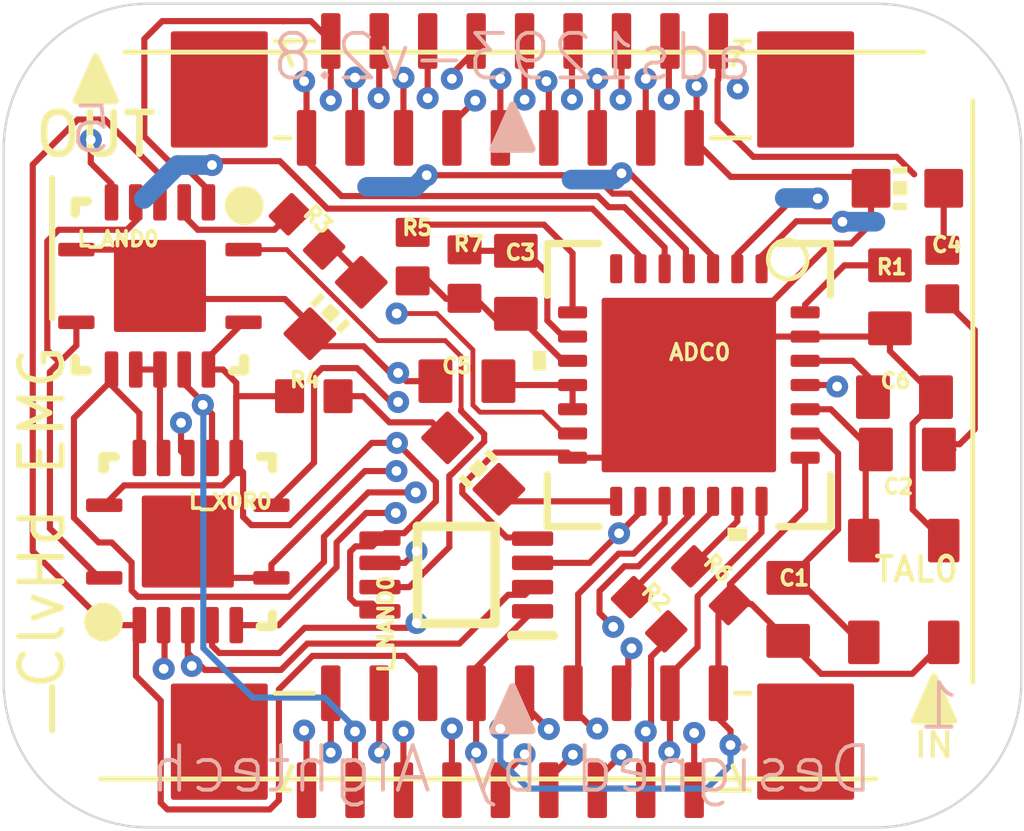
<source format=kicad_pcb>
(kicad_pcb (version 20211014) (generator pcbnew)
  (layers (0 "F.Cu" signal) (1 "In1.Cu" signal) (2 "In2.Cu" signal) (31 "B.Cu" signal) (34 "B.Paste" user) (35 "F.Paste" user) (36 "B.SilkS" user "B.Silkscreen") (37 "F.SilkS" user "F.Silkscreen") (38 "B.Mask" user) (39 "F.Mask" user) (44 "Edge.Cuts" user))
  (net 0 "")
  (net 1 "IN4")
  (net 2 "IN6")
  (net 3 "CS")
  (net 4 "DOUT")
  (net 5 "DIN")
  (net 6 "IN3")
  (net 7 "IN5")
  (net 8 "SCLK")
  (net 9 "IN1")
  (net 10 "VDD")
  (net 11 "ALARMB")
  (net 12 "N$3")
  (net 13 "DRDYB")
  (net 14 "N$4")
  (net 15 "N$8")
  (net 16 "CLK")
  (net 17 "WCT")
  (net 18 "RLDOUT")
  (net 19 "RLDREF")
  (net 20 "SYNCB")
  (net 21 "CMOUT")
  (net 22 "N$15")
  (net 23 "N$9")
  (net 24 "GND")
  (net 25 "RST")
  (net 26 "N$2")
  (net 27 "N$6")
  (net 28 "N$5")
  (net 29 "IN2")
  (net 30 "A1")
  (net 31 "A2")
  (net 32 "N$16")
  (net 33 "A3")
  (net 34 "A0")
  (net 35 "S0")
  (net 36 "S1")
  (net 37 "S2")
  (net 38 "S3")
  (net 39 "N$13")
  (net 40 "N$11")
  (net 41 "GPIO1")
  (net 42 "N$1")
  (net 43 "N$7")
  (footprint "clvHd_EMG:R0402" (layer "F.Cu") (at 152.6011 108.5036 -45)
    (fp_text reference "R6")
    (fp_text value "1M" hide)
  )
  (footprint "clvHd_EMG:R0402" (layer "F.Cu") (at 144.2611 101.2036 135)
    (fp_text reference "R3")
    (fp_text value "51" hide)
  )
  (footprint "clvHd_EMG:CHIP-LED0603" (layer "F.Cu") (at 144.8511 102.7836 135)
    (fp_text reference "L3" hide)
    (fp_text value "White")
  )
  (footprint "clvHd_EMG:R0402" (layer "F.Cu") (at 144.4011 104.6036 180)
    (fp_text reference "R4")
    (fp_text value "51" hide)
  )
  (footprint "clvHd_EMG:VQFN-14-CUSTOM" (layer "F.Cu") (at 141.2261 102.3286 180)
    (fp_text reference "L_AND0")
    (fp_text value "SN74ALVC08")
  )
  (footprint "clvHd_EMG:RSG28_3P6X3P6_TEX" (layer "F.Cu") (at 152.1411 104.3736 -90)
    (fp_text reference "ADC0")
    (fp_text value "ADS1293CISQ/NOPB" hide)
  )
  (footprint "clvHd_EMG:C0402" (layer "F.Cu") (at 148.5711 102.2536 90)
    (fp_text reference "C3")
    (fp_text value "1nF" hide)
  )
  (footprint "clvHd_EMG:CHIP-LED0603" (layer "F.Cu") (at 147.6911 105.9936 -135)
    (fp_text reference "L2" hide)
    (fp_text value "Red")
  )
  (footprint "clvHd_EMG:X05C2018TZ" (layer "F.Cu") (at 148.5011 111.7336 90)
    (fp_text reference "UNK1" hide)
    (fp_text value "X05C2018TZ" hide)
  )
  (footprint "clvHd_EMG:R0402" (layer "F.Cu") (at 157.3711 102.0936 90)
    (fp_text reference "R1")
    (fp_text value "51" hide)
  )
  (footprint "clvHd_EMG:C0402" (layer "F.Cu") (at 147.5611 104.2936 180)
    (fp_text reference "C5")
    (fp_text value "100nF" hide)
  )
  (footprint "clvHd_EMG:VQFN-14-CUSTOM" (layer "F.Cu") (at 141.8011 107.6036)
    (fp_text reference "L_XOR0")
    (fp_text value "SN74LVC86")
  )
  (footprint "clvHd_EMG:SMD-3225_4P" (layer "F.Cu") (at 156.5761 108.6336 90)
    (fp_text reference "TAL0")
    (fp_text value "C387328 " hide)
  )
  (footprint "clvHd_EMG:C0402" (layer "F.Cu") (at 156.5911 104.6236)
    (fp_text reference "C6")
    (fp_text value "1uF" hide)
  )
  (footprint "clvHd_EMG:R0402" (layer "F.Cu") (at 147.5111 102.0836 -90)
    (fp_text reference "R7")
    (fp_text value "10M" hide)
  )
  (footprint "clvHd_EMG:R0402" (layer "F.Cu") (at 151.3211 109.1036 -45)
    (fp_text reference "R2")
    (fp_text value "51" hide)
  )
  (footprint "clvHd_EMG:VSSOP" (layer "F.Cu") (at 147.3411 108.2936 180)
    (fp_text reference "L_NAND0")
    (fp_text value "SN74AUP2G00")
  )
  (footprint "clvHd_EMG:CHIP-LED0603" (layer "F.Cu") (at 156.6511 100.3136 90)
    (fp_text reference "L1" hide)
    (fp_text value "Green")
  )
  (footprint "clvHd_EMG:C0402" (layer "F.Cu") (at 156.6511 105.7036 180)
    (fp_text reference "C2")
    (fp_text value "22pF" hide)
  )
  (footprint "clvHd_EMG:C0402" (layer "F.Cu") (at 156.2911 102.5536 -90)
    (fp_text reference "C4")
    (fp_text value "100nF" hide)
  )
  (footprint "" (layer "F.Cu") (at 140.0011 111.5036)
    (fp_text reference "@HOLE0" hide)
    (fp_text value "")
  )
  (footprint "" (layer "F.Cu") (at 157.0011 98.5036)
    (fp_text reference "@HOLE1" hide)
    (fp_text value "")
  )
  (footprint "clvHd_EMG:C0402" (layer "F.Cu") (at 154.1911 109.0036 90)
    (fp_text reference "C1")
    (fp_text value "22pF" hide)
  )
  (footprint "clvHd_EMG:R0402" (layer "F.Cu") (at 146.4411 101.7236 -90)
    (fp_text reference "R5")
    (fp_text value "10k" hide)
  )
  (footprint "clvHd_EMG:X05C2018TZ" (layer "F.Cu") (at 148.5011 98.2736 -90)
    (fp_text reference "UNK2" hide)
    (fp_text value "X05C2018TZ" hide)
  )
  (gr_line (start 148.1011 99.5036) (end 148.2011 99.5036) (layer "B.SilkS") (width 0.1524))
  (gr_line (start 148.1011 99.5036) (end 148.5011 98.6036) (layer "B.SilkS") (width 0.1524))
  (gr_line (start 148.4011 99.5036) (end 148.6011 99.5036) (layer "B.SilkS") (width 0.1524))
  (gr_line (start 148.9011 111.5036) (end 148.5011 110.6036) (layer "B.SilkS") (width 0.1524))
  (gr_line (start 148.4011 111.5036) (end 148.7011 111.1036) (layer "B.SilkS") (width 0.1524))
  (gr_line (start 148.3011 99.5036) (end 148.4011 99.5036) (layer "B.SilkS") (width 0.1524))
  (gr_line (start 148.9011 99.5036) (end 148.5011 98.6036) (layer "B.SilkS") (width 0.1524))
  (gr_line (start 148.2011 111.5036) (end 148.5011 110.7036) (layer "B.SilkS") (width 0.1524))
  (gr_line (start 148.7011 99.1036) (end 148.6011 99.5036) (layer "B.SilkS") (width 0.1524))
  (gr_line (start 148.5011 98.7036) (end 148.3011 99.5036) (layer "B.SilkS") (width 0.1524))
  (gr_line (start 148.1011 111.5036) (end 148.5011 110.6036) (layer "B.SilkS") (width 0.1524))
  (gr_line (start 148.6011 111.5036) (end 148.9011 111.5036) (layer "B.SilkS") (width 0.1524))
  (gr_line (start 148.4011 99.5036) (end 148.7011 99.1036) (layer "B.SilkS") (width 0.1524))
  (gr_line (start 148.3011 99.5036) (end 148.6011 98.9036) (layer "B.SilkS") (width 0.1524))
  (gr_line (start 148.2011 99.5036) (end 148.3011 99.5036) (layer "B.SilkS") (width 0.1524))
  (gr_line (start 148.7011 111.1036) (end 148.6011 111.5036) (layer "B.SilkS") (width 0.1524))
  (gr_line (start 148.4011 111.5036) (end 148.6011 111.5036) (layer "B.SilkS") (width 0.1524))
  (gr_line (start 148.6011 99.5036) (end 148.8011 99.3036) (layer "B.SilkS") (width 0.1524))
  (gr_line (start 148.6011 99.5036) (end 148.9011 99.5036) (layer "B.SilkS") (width 0.1524))
  (gr_line (start 148.2011 99.5036) (end 148.5011 98.7036) (layer "B.SilkS") (width 0.1524))
  (gr_line (start 148.6011 98.9036) (end 148.4011 99.5036) (layer "B.SilkS") (width 0.1524))
  (gr_line (start 148.1011 111.5036) (end 148.2011 111.5036) (layer "B.SilkS") (width 0.1524))
  (gr_line (start 148.3011 111.5036) (end 148.6011 110.9036) (layer "B.SilkS") (width 0.1524))
  (gr_line (start 148.2011 111.5036) (end 148.3011 111.5036) (layer "B.SilkS") (width 0.1524))
  (gr_line (start 148.6011 110.9036) (end 148.4011 111.5036) (layer "B.SilkS") (width 0.1524))
  (gr_line (start 148.5011 110.7036) (end 148.3011 111.5036) (layer "B.SilkS") (width 0.1524))
  (gr_line (start 148.3011 111.5036) (end 148.4011 111.5036) (layer "B.SilkS") (width 0.1524))
  (gr_line (start 148.6011 111.5036) (end 148.8011 111.3036) (layer "B.SilkS") (width 0.1524))
  (gr_line (start 139.6011 98.5036) (end 139.7011 98.5036) (layer "F.SilkS") (width 0.1524))
  (gr_line (start 139.6011 98.5036) (end 139.9011 97.7036) (layer "F.SilkS") (width 0.1524))
  (gr_line (start 139.0011 100.1036) (end 139.0011 103.0036) (layer "F.SilkS") (width 0.127))
  (gr_line (start 156.9011 111.3036) (end 157.2011 110.5036) (layer "F.SilkS") (width 0.1524))
  (gr_line (start 139.5011 98.5036) (end 139.6011 98.5036) (layer "F.SilkS") (width 0.1524))
  (gr_line (start 156.9011 111.3036) (end 157.0011 111.3036) (layer "F.SilkS") (width 0.1524))
  (gr_line (start 140.1011 98.1036) (end 140.0011 98.5036) (layer "F.SilkS") (width 0.1524))
  (gr_line (start 140.0011 112.5036) (end 156.0011 112.5036) (layer "F.SilkS") (width 0.1016))
  (gr_line (start 157.3011 111.3036) (end 157.6011 111.3036) (layer "F.SilkS") (width 0.1524))
  (gr_line (start 157.0011 111.3036) (end 157.3011 110.7036) (layer "F.SilkS") (width 0.1524))
  (gr_line (start 139.0011 110.6036) (end 139.0011 111.5036) (layer "F.SilkS") (width 0.127))
  (gr_line (start 157.2011 110.5036) (end 157.0011 111.3036) (layer "F.SilkS") (width 0.1524))
  (gr_line (start 157.1011 111.3036) (end 157.4011 110.9036) (layer "F.SilkS") (width 0.1524))
  (gr_line (start 157.0011 111.3036) (end 157.1011 111.3036) (layer "F.SilkS") (width 0.1524))
  (gr_line (start 156.8011 111.3036) (end 157.2011 110.4036) (layer "F.SilkS") (width 0.1524))
  (gr_line (start 139.9011 97.7036) (end 139.7011 98.5036) (layer "F.SilkS") (width 0.1524))
  (gr_line (start 157.3011 111.3036) (end 157.5011 111.1036) (layer "F.SilkS") (width 0.1524))
  (gr_line (start 139.8011 98.5036) (end 140.0011 98.5036) (layer "F.SilkS") (width 0.1524))
  (gr_circle (center 154.1811 101.7836) (end 154.5811 101.7836) (layer "F.SilkS") (width 0) (fill none))
  (gr_line (start 140.3011 98.5036) (end 139.9011 97.6036) (layer "F.SilkS") (width 0.1524))
  (gr_line (start 139.8011 98.5036) (end 140.1011 98.1036) (layer "F.SilkS") (width 0.1524))
  (gr_line (start 157.1011 111.3036) (end 157.3011 111.3036) (layer "F.SilkS") (width 0.1524))
  (gr_line (start 139.7011 98.5036) (end 139.8011 98.5036) (layer "F.SilkS") (width 0.1524))
  (gr_line (start 140.0011 97.9036) (end 139.8011 98.5036) (layer "F.SilkS") (width 0.1524))
  (gr_line (start 139.5011 98.5036) (end 139.9011 97.6036) (layer "F.SilkS") (width 0.1524))
  (gr_line (start 140.0011 98.5036) (end 140.3011 98.5036) (layer "F.SilkS") (width 0.1524))
  (gr_line (start 158.0011 110.5036) (end 158.0011 98.5036) (layer "F.SilkS") (width 0.1016))
  (gr_line (start 157.0011 97.5036) (end 140.5011 97.5036) (layer "F.SilkS") (width 0.1016))
  (gr_line (start 157.6011 111.3036) (end 157.2011 110.4036) (layer "F.SilkS") (width 0.1524))
  (gr_line (start 156.8011 111.3036) (end 156.9011 111.3036) (layer "F.SilkS") (width 0.1524))
  (gr_line (start 139.7011 98.5036) (end 140.0011 97.9036) (layer "F.SilkS") (width 0.1524))
  (gr_line (start 157.3011 110.7036) (end 157.1011 111.3036) (layer "F.SilkS") (width 0.1524))
  (gr_line (start 140.0011 98.5036) (end 140.2011 98.3036) (layer "F.SilkS") (width 0.1524))
  (gr_line (start 157.4011 110.9036) (end 157.3011 111.3036) (layer "F.SilkS") (width 0.1524))
  (gr_arc (start 138.0011 99.5036) (mid 138.87978 97.38228) (end 141.0011 96.5036) (layer "Edge.Cuts") (width 0.05))
  (gr_arc (start 141.0011 113.5036) (mid 138.87978 112.62492) (end 138.0011 110.5036) (layer "Edge.Cuts") (width 0.05))
  (gr_line (start 159.0011 110.5036) (end 159.0011 99.5036) (layer "Edge.Cuts") (width 0.05))
  (gr_arc (start 159.0011 110.5036) (mid 158.12242 112.62492) (end 156.0011 113.5036) (layer "Edge.Cuts") (width 0.05))
  (gr_arc (start 156.0011 96.5036) (mid 158.12242 97.38228) (end 159.0011 99.5036) (layer "Edge.Cuts") (width 0.05))
  (gr_line (start 138.0011 99.5036) (end 138.0011 110.5036) (layer "Edge.Cuts") (width 0.05))
  (gr_line (start 156.0011 96.5036) (end 141.0011 96.5036) (layer "Edge.Cuts") (width 0.05))
  (gr_line (start 141.0011 113.5036) (end 156.0011 113.5036) (layer "Edge.Cuts") (width 0.05))
  (gr_text "5" (at 139.8011 99.1036) (layer "B.SilkS") (effects (font (size 0.92 0.92) (thickness 0.08)) (justify mirror)))
  (gr_text "1" (at 157.3011 111.0036) (layer "B.SilkS") (effects (font (size 0.92 0.92) (thickness 0.08)) (justify mirror)))
  (gr_text "ads1293-v2.8" (at 148.5011 97.6036) (layer "B.SilkS") (effects (font (size 0.92 0.92) (thickness 0.08)) (justify mirror)))
  (gr_text "Designed by Aightech" (at 156.0011 112.3036) (layer "B.SilkS") (effects (font (size 0.92 0.92) (thickness 0.08)) (justify left mirror)))
  (gr_text "OUT" (at 139.9011 98.7036) (layer "F.SilkS") (effects (font (size 0.86 0.86) (thickness 0.14)) (justify top)))
  (gr_text "IN" (at 157.2011 111.5036) (layer "F.SilkS") (effects (font (size 0.516 0.516) (thickness 0.084)) (justify top)))
  (gr_text "ClvHd EMG" (at 138.2811 103.4836 90) (layer "F.SilkS") (effects (font (size 0.88 0.88) (thickness 0.12)) (justify right top)))
  (segment (start 152.0811 101.5736) (end 150.9311 100.4236) (width 0.127) (layer "F.Cu") (net 1))
  (segment (start 150.1911 100.0436) (end 146.7311 100.0436) (width 0.127) (layer "F.Cu") (net 1))
  (segment (start 150.5711 100.4236) (end 150.1911 100.0436) (width 0.127) (layer "F.Cu") (net 1))
  (segment (start 152.0811 101.9736) (end 152.0811 101.5736) (width 0.127) (layer "F.Cu") (net 1))
  (segment (start 152.1411 101.9736) (end 152.0811 101.9736) (width 0.127) (layer "F.Cu") (net 1))
  (segment (start 150.9311 100.4236) (end 150.5711 100.4236) (width 0.127) (layer "F.Cu") (net 1))
  (via (at 146.7311 100.0436) (size 0.454) (drill 0.2) (layers "F.Cu" "B.Cu") (net 1))
  (segment (start 146.4911 100.2836) (end 145.5011 100.2836) (width 0.4064) (layer "B.Cu") (net 1))
  (segment (start 146.7311 100.0436) (end 146.4911 100.2836) (width 0.4064) (layer "B.Cu") (net 1))
  (segment (start 150.1506 100.7331) (end 144.6806 100.7331) (width 0.127) (layer "F.Cu") (net 2))
  (segment (start 142.3011 99.8336) (end 142.3811 99.7536) (width 0.127) (layer "F.Cu") (net 2))
  (segment (start 142.3811 99.7536) (end 143.7011 99.7536) (width 0.127) (layer "F.Cu") (net 2))
  (segment (start 151.1411 101.9736) (end 151.1411 101.7236) (width 0.127) (layer "F.Cu") (net 2))
  (segment (start 143.7011 99.7536) (end 144.6806 100.7331) (width 0.127) (layer "F.Cu") (net 2))
  (segment (start 151.1411 101.7236) (end 150.1506 100.7331) (width 0.127) (layer "F.Cu") (net 2))
  (via (at 142.3011 99.8336) (size 0.454) (drill 0.2) (layers "F.Cu" "B.Cu") (net 2))
  (segment (start 142.3011 99.8336) (end 141.5911 99.8336) (width 0.4064) (layer "B.Cu") (net 2))
  (segment (start 141.5911 99.8336) (end 140.8911 100.5336) (width 0.4064) (layer "B.Cu") (net 2))
  (segment (start 150.0911 108.0436) (end 150.7011 107.4336) (width 0.127) (layer "F.Cu") (net 3))
  (segment (start 145.7661 108.0436) (end 146.2811 108.0436) (width 0.127) (layer "F.Cu") (net 3))
  (segment (start 146.2811 108.0436) (end 146.5211 107.8036) (width 0.127) (layer "F.Cu") (net 3))
  (segment (start 151.1411 106.9936) (end 150.7011 107.4336) (width 0.127) (layer "F.Cu") (net 3))
  (segment (start 151.1411 106.7736) (end 151.1411 106.9936) (width 0.127) (layer "F.Cu") (net 3))
  (segment (start 150.0911 108.0436) (end 148.9161 108.0436) (width 0.127) (layer "F.Cu") (net 3))
  (via (at 150.7011 107.4336) (size 0.454) (drill 0.2) (layers "F.Cu" "B.Cu") (net 3))
  (via (at 146.5211 107.8036) (size 0.454) (drill 0.2) (layers "F.Cu" "B.Cu") (net 3))
  (segment (start 151.674653 109.457157) (end 151.674653 109.667157) (width 0.127) (layer "F.Cu") (net 4))
  (segment (start 151.3611 109.98071) (end 151.3611 111.4136) (width 0.127) (layer "F.Cu") (net 4))
  (segment (start 151.2511 99.2736) (end 151.2511 98.0536) (width 0.127) (layer "F.Cu") (net 4))
  (segment (start 151.674653 109.667157) (end 151.3611 109.98071) (width 0.127) (layer "F.Cu") (net 4))
  (segment (start 151.2511 112.7336) (end 151.2511 111.5236) (width 0.127) (layer "F.Cu") (net 4))
  (segment (start 151.2511 111.5236) (end 151.3611 111.4136) (width 0.127) (layer "F.Cu") (net 4))
  (via (at 151.2511 98.0536) (size 0.454) (drill 0.2) (layers "F.Cu" "B.Cu") (net 4))
  (via (at 151.2511 111.5236) (size 0.454) (drill 0.2) (layers "F.Cu" "B.Cu") (net 4))
  (segment (start 152.1411 107.0736) (end 152.1411 106.7736) (width 0.127) (layer "F.Cu") (net 5))
  (segment (start 150.5811 109.3636) (end 150.297428 109.079929) (width 0.127) (layer "F.Cu") (net 5))
  (segment (start 151.101109 108.113591) (end 150.811109 108.113591) (width 0.127) (layer "F.Cu") (net 5))
  (segment (start 150.7511 112.0036) (end 150.2511 112.5036) (width 0.127) (layer "F.Cu") (net 5))
  (segment (start 150.297428 109.079929) (end 150.297428 108.627272) (width 0.127) (layer "F.Cu") (net 5))
  (segment (start 152.1411 107.0736) (end 151.101109 108.113591) (width 0.127) (layer "F.Cu") (net 5))
  (segment (start 150.2511 112.5036) (end 150.2511 112.7336) (width 0.127) (layer "F.Cu") (net 5))
  (segment (start 150.2511 98.0536) (end 150.2511 99.2736) (width 0.127) (layer "F.Cu") (net 5))
  (segment (start 150.297428 108.627272) (end 150.811109 108.113591) (width 0.127) (layer "F.Cu") (net 5))
  (via (at 150.2511 98.0536) (size 0.454) (drill 0.2) (layers "F.Cu" "B.Cu") (net 5))
  (via (at 150.7511 112.0036) (size 0.454) (drill 0.2) (layers "F.Cu" "B.Cu") (net 5))
  (via (at 150.5811 109.3636) (size 0.454) (drill 0.2) (layers "F.Cu" "B.Cu") (net 5))
  (segment (start 152.6411 101.9736) (end 152.6411 101.7236) (width 0.127) (layer "F.Cu") (net 6))
  (segment (start 152.6411 101.7236) (end 150.9211 100.0036) (width 0.127) (layer "F.Cu") (net 6))
  (segment (start 150.9211 100.0036) (end 150.7511 100.0036) (width 0.127) (layer "F.Cu") (net 6))
  (via (at 150.7511 100.0036) (size 0.454) (drill 0.2) (layers "F.Cu" "B.Cu") (net 6))
  (segment (start 150.7511 100.0036) (end 150.6211 100.1336) (width 0.4064) (layer "B.Cu") (net 6))
  (segment (start 150.6211 100.1336) (end 149.7211 100.1336) (width 0.4064) (layer "B.Cu") (net 6))
  (segment (start 150.8111 100.7036) (end 150.4911 100.7036) (width 0.127) (layer "F.Cu") (net 7))
  (segment (start 151.6411 101.9736) (end 151.6411 101.5336) (width 0.127) (layer "F.Cu") (net 7))
  (segment (start 144.2511 111.5536) (end 144.2011 111.5036) (width 0.127) (layer "F.Cu") (net 7))
  (segment (start 150.2611 100.4736) (end 144.9711 100.4736) (width 0.127) (layer "F.Cu") (net 7))
  (segment (start 151.6411 101.5336) (end 150.8111 100.7036) (width 0.127) (layer "F.Cu") (net 7))
  (segment (start 144.9711 100.4736) (end 144.2511 99.7536) (width 0.127) (layer "F.Cu") (net 7))
  (segment (start 144.2011 98.1036) (end 144.2511 98.1536) (width 0.127) (layer "F.Cu") (net 7))
  (segment (start 144.2511 99.7536) (end 144.2511 99.2736) (width 0.127) (layer "F.Cu") (net 7))
  (segment (start 150.4911 100.7036) (end 150.2611 100.4736) (width 0.127) (layer "F.Cu") (net 7))
  (segment (start 144.2511 112.7336) (end 144.2511 111.5536) (width 0.127) (layer "F.Cu") (net 7))
  (segment (start 144.2511 98.1536) (end 144.2511 99.2736) (width 0.127) (layer "F.Cu") (net 7))
  (via (at 144.2011 98.1036) (size 0.454) (drill 0.2) (layers "F.Cu" "B.Cu") (net 7))
  (via (at 144.2011 111.5036) (size 0.454) (drill 0.2) (layers "F.Cu" "B.Cu") (net 7))
  (segment (start 150.2511 111.4636) (end 150.1611 111.4636) (width 0.127) (layer "F.Cu") (net 8))
  (segment (start 150.692487 107.853594) (end 149.8566 108.689482) (width 0.127) (layer "F.Cu") (net 8))
  (segment (start 150.1611 111.4636) (end 149.7511 111.0536) (width 0.127) (layer "F.Cu") (net 8))
  (segment (start 151.001106 107.853594) (end 150.692487 107.853594) (width 0.127) (layer "F.Cu") (net 8))
  (segment (start 149.8566 110.6281) (end 149.7511 110.7336) (width 0.127) (layer "F.Cu") (net 8))
  (segment (start 149.7511 110.7336) (end 149.7511 111.0536) (width 0.127) (layer "F.Cu") (net 8))
  (segment (start 151.6411 106.7736) (end 151.6411 107.2136) (width 0.127) (layer "F.Cu") (net 8))
  (segment (start 149.728915 98.475785) (end 149.728915 97.395785) (width 0.127) (layer "F.Cu") (net 8))
  (segment (start 149.728915 97.395785) (end 149.8011 97.3236) (width 0.127) (layer "F.Cu") (net 8))
  (segment (start 149.8566 108.689482) (end 149.8566 110.6281) (width 0.127) (layer "F.Cu") (net 8))
  (segment (start 149.8011 97.3236) (end 149.7511 97.2736) (width 0.127) (layer "F.Cu") (net 8))
  (segment (start 151.6411 107.2136) (end 151.001106 107.853594) (width 0.127) (layer "F.Cu") (net 8))
  (via (at 150.2511 111.4636) (size 0.454) (drill 0.2) (layers "F.Cu" "B.Cu") (net 8))
  (via (at 149.728915 98.475785) (size 0.454) (drill 0.2) (layers "F.Cu" "B.Cu") (net 8))
  (segment (start 153.6411 101.9736) (end 153.6411 101.7136) (width 0.127) (layer "F.Cu") (net 9))
  (segment (start 155.3011 100.9936) (end 154.3611 100.9936) (width 0.127) (layer "F.Cu") (net 9))
  (segment (start 155.3111 101.0036) (end 155.3011 100.9936) (width 0.127) (layer "F.Cu") (net 9))
  (segment (start 154.3611 100.9936) (end 153.6411 101.7136) (width 0.127) (layer "F.Cu") (net 9))
  (via (at 155.3111 101.0036) (size 0.454) (drill 0.2) (layers "F.Cu" "B.Cu") (net 9))
  (segment (start 155.3111 101.0036) (end 155.9911 101.0036) (width 0.4064) (layer "B.Cu") (net 9))
  (segment (start 146.116325 105.5676) (end 146.116325 105.568825) (width 0.127) (layer "F.Cu") (net 10))
  (segment (start 145.7661 107.5436) (end 145.6066 107.7031) (width 0.127) (layer "F.Cu") (net 10))
  (segment (start 142.8011 105.8786) (end 142.8011 104.6036) (width 0.127) (layer "F.Cu") (net 10))
  (segment (start 146.116325 105.5676) (end 145.5971 105.5676) (width 0.127) (layer "F.Cu") (net 10))
  (segment (start 157.730006 105.5941) (end 158.0416 105.282507) (width 0.127) (layer "F.Cu") (net 10))
  (segment (start 152.990006 108.484694) (end 152.990006 108.89251) (width 0.127) (layer "F.Cu") (net 10))
  (segment (start 142.7816 106.182507) (end 142.7816 105.8981) (width 0.127) (layer "F.Cu") (net 10))
  (segment (start 145.5971 105.5676) (end 143.9011 107.2636) (width 0.127) (layer "F.Cu") (net 10))
  (segment (start 146.9213 106.773838) (end 146.264037 107.4311) (width 0.127) (layer "F.Cu") (net 10))
  (segment (start 157.3011 105.7036) (end 157.6011 105.7036) (width 0.127) (layer "F.Cu") (net 10))
  (segment (start 153.0011 111.8036) (end 153.0011 111.5036) (width 0.127) (layer "F.Cu") (net 10))
  (segment (start 142.9416 107.0941) (end 143.1111 107.2636) (width 0.127) (layer "F.Cu") (net 10))
  (segment (start 153.111693 99.3036) (end 153.1011 99.3036) (width 0.127) (layer "F.Cu") (net 10))
  (segment (start 153.1011 99.3036) (end 152.7336 98.9361) (width 0.127) (layer "F.Cu") (net 10))
  (segment (start 145.1506 108.772507) (end 145.262193 108.8841) (width 0.127) (layer "F.Cu") (net 10))
  (segment (start 142.7816 105.8981) (end 142.8011 105.8786) (width 0.127) (layer "F.Cu") (net 10))
  (segment (start 157.3711 102.5936) (end 157.3911 102.5936) (width 0.127) (layer "F.Cu") (net 10))
  (segment (start 154.5411 105.8736) (end 154.5411 106.9336) (width 0.127) (layer "F.Cu") (net 10))
  (segment (start 145.262193 108.8841) (end 145.6066 108.8841) (width 0.127) (layer "F.Cu") (net 10))
  (segment (start 142.9416 106.174694) (end 142.9416 107.0941) (width 0.127) (layer "F.Cu") (net 10))
  (segment (start 145.8786 107.4311) (end 145.7661 107.5436) (width 0.127) (layer "F.Cu") (net 10))
  (segment (start 155.3511 101.9036) (end 154.5411 102.7136) (width 0.127) (layer "F.Cu") (net 10))
  (segment (start 140.0761 106.8536) (end 140.4856 106.4441) (width 0.127) (layer "F.Cu") (net 10))
  (segment (start 153.430009 108.89251) (end 154.1911 109.6536) (width 0.127) (layer "F.Cu") (net 10))
  (segment (start 153.0011 111.5036) (end 152.7511 111.2536) (width 0.127) (layer "F.Cu") (net 10))
  (segment (start 152.990006 108.89251) (end 152.7511 109.131416) (width 0.127) (layer "F.Cu") (net 10))
  (segment (start 152.7511 98.063163) (end 152.7511 97.2736) (width 0.127) (layer "F.Cu") (net 10))
  (segment (start 154.1911 109.6536) (end 154.8711 110.3336) (width 0.127) (layer "F.Cu") (net 10))
  (segment (start 146.9213 106.3738) (end 146.9213 106.773838) (width 0.127) (layer "F.Cu") (net 10))
  (segment (start 145.6066 108.8841) (end 145.7661 109.0436) (width 0.127) (layer "F.Cu") (net 10))
  (segment (start 156.431006 99.6641) (end 153.472193 99.6641) (width 0.127) (layer "F.Cu") (net 10))
  (segment (start 154.5411 106.9336) (end 152.990006 108.484694) (width 0.127) (layer "F.Cu") (net 10))
  (segment (start 146.116325 105.568825) (end 146.9213 106.3738) (width 0.127) (layer "F.Cu") (net 10))
  (segment (start 142.2261 103.8036) (end 142.2261 104.0536) (width 0.127) (layer "F.Cu") (net 10))
  (segment (start 142.8011 106.034194) (end 142.9416 106.174694) (width 0.127) (layer "F.Cu") (net 10))
  (segment (start 140.4856 106.4441) (end 142.520006 106.4441) (width 0.127) (layer "F.Cu") (net 10))
  (segment (start 142.8011 105.8786) (end 142.8011 104.3286) (width 0.127) (layer "F.Cu") (net 10))
  (segment (start 142.8011 104.3286) (end 142.5261 104.0536) (width 0.127) (layer "F.Cu") (net 10))
  (segment (start 142.9511 103.0786) (end 142.2261 103.8036) (width 0.127) (layer "F.Cu") (net 10))
  (segment (start 154.5411 102.7136) (end 154.5411 102.8736) (width 0.127) (layer "F.Cu") (net 10))
  (segment (start 156.7511 110.3336) (end 157.4011 109.6836) (width 0.127) (layer "F.Cu") (net 10))
  (segment (start 145.6066 107.7031) (end 145.262193 107.7031) (width 0.127) (layer "F.Cu") (net 10))
  (segment (start 142.5261 104.0536) (end 142.2261 104.0536) (width 0.127) (layer "F.Cu") (net 10))
  (segment (start 143.9011 104.6036) (end 142.8011 104.6036) (width 0.127) (layer "F.Cu") (net 10))
  (segment (start 145.1506 107.814694) (end 145.1506 108.772507) (width 0.127) (layer "F.Cu") (net 10))
  (segment (start 157.4106 105.5941) (end 157.3011 105.7036) (width 0.127) (layer "F.Cu") (net 10))
  (segment (start 146.264037 107.4311) (end 145.8786 107.4311) (width 0.127) (layer "F.Cu") (net 10))
  (segment (start 152.7511 109.131416) (end 152.7511 110.7336) (width 0.127) (layer "F.Cu") (net 10))
  (segment (start 142.520006 106.4441) (end 142.7816 106.182507) (width 0.127) (layer "F.Cu") (net 10))
  (segment (start 158.0416 103.2441) (end 158.0416 105.282507) (width 0.127) (layer "F.Cu") (net 10))
  (segment (start 145.262193 107.7031) (end 145.1506 107.814694) (width 0.127) (layer "F.Cu") (net 10))
  (segment (start 153.472193 99.6641) (end 153.111693 99.3036) (width 0.127) (layer "F.Cu") (net 10))
  (segment (start 142.8011 105.8786) (end 142.8011 106.034194) (width 0.127) (layer "F.Cu") (net 10))
  (segment (start 152.7336 98.080663) (end 152.7511 98.063163) (width 0.127) (layer "F.Cu") (net 10))
  (segment (start 156.2911 101.9036) (end 155.3511 101.9036) (width 0.127) (layer "F.Cu") (net 10))
  (segment (start 157.3911 102.5936) (end 158.0416 103.2441) (width 0.127) (layer "F.Cu") (net 10))
  (segment (start 157.730006 105.5941) (end 157.4106 105.5941) (width 0.127) (layer "F.Cu") (net 10))
  (segment (start 156.7511 110.3336) (end 154.8711 110.3336) (width 0.127) (layer "F.Cu") (net 10))
  (segment (start 152.7336 98.9361) (end 152.7336 98.080663) (width 0.127) (layer "F.Cu") (net 10))
  (segment (start 152.7511 111.2536) (end 152.7511 110.7336) (width 0.127) (layer "F.Cu") (net 10))
  (segment (start 156.7916 100.024694) (end 156.431006 99.6641) (width 0.127) (layer "F.Cu") (net 10))
  (segment (start 143.1111 107.2636) (end 143.9011 107.2636) (width 0.127) (layer "F.Cu") (net 10))
  (segment (start 153.430009 108.89251) (end 152.990006 108.89251) (width 0.127) (layer "F.Cu") (net 10))
  (via (at 148.2511 111.4636) (size 0.454) (drill 0.2) (layers "F.Cu" "B.Cu") (net 10))
  (via (at 153.0011 111.8036) (size 0.454) (drill 0.2) (layers "F.Cu" "B.Cu") (net 10))
  (via (at 146.116325 105.5676) (size 0.454) (drill 0.2) (layers "F.Cu" "B.Cu") (net 10))
  (segment (start 153.0011 112.2136) (end 152.5136 112.7011) (width 0.127) (layer "B.Cu") (net 10))
  (segment (start 148.8286 112.7011) (end 148.2511 112.1236) (width 0.127) (layer "B.Cu") (net 10))
  (segment (start 152.5136 112.7011) (end 148.8286 112.7011) (width 0.127) (layer "B.Cu") (net 10))
  (segment (start 148.2511 111.4636) (end 148.2511 112.1236) (width 0.127) (layer "B.Cu") (net 10))
  (segment (start 153.0011 112.2136) (end 153.0011 111.8036) (width 0.127) (layer "B.Cu") (net 10))
  (segment (start 150.6411 106.7736) (end 148.471096 106.7736) (width 0.127) (layer "F.Cu") (net 11))
  (segment (start 148.471096 106.7736) (end 148.221428 106.523932) (width 0.127) (layer "F.Cu") (net 11))
  (segment (start 152.6411 106.964157) (end 150.967543 108.637713) (width 0.127) (layer "F.Cu") (net 12))
  (segment (start 152.6411 106.7736) (end 152.6411 106.964157) (width 0.127) (layer "F.Cu") (net 12))
  (segment (start 150.967543 108.637713) (end 150.967543 108.750047) (width 0.1524) (layer "F.Cu") (net 12))
  (segment (start 153.1411 106.7736) (end 153.1411 107.185785) (width 0.127) (layer "F.Cu") (net 13))
  (segment (start 153.1411 107.185785) (end 152.21219 108.114694) (width 0.127) (layer "F.Cu") (net 13))
  (segment (start 154.2211 108.3536) (end 154.1911 108.3536) (width 0.127) (layer "F.Cu") (net 14))
  (segment (start 154.1911 108.3536) (end 154.3511 108.3536) (width 0.127) (layer "F.Cu") (net 14))
  (segment (start 155.2211 107.3536) (end 154.2211 108.3536) (width 0.127) (layer "F.Cu") (net 14))
  (segment (start 155.2211 105.7836) (end 154.8111 105.3736) (width 0.127) (layer "F.Cu") (net 14))
  (segment (start 155.7511 109.6836) (end 155.6811 109.6836) (width 0.127) (layer "F.Cu") (net 14))
  (segment (start 155.2211 105.7836) (end 155.2211 107.3536) (width 0.127) (layer "F.Cu") (net 14))
  (segment (start 154.5411 105.3736) (end 154.8111 105.3736) (width 0.127) (layer "F.Cu") (net 14))
  (segment (start 155.6811 109.6836) (end 154.3511 108.3536) (width 0.127) (layer "F.Cu") (net 14))
  (segment (start 155.9011 105.7036) (end 155.0711 104.8736) (width 0.127) (layer "F.Cu") (net 15))
  (segment (start 156.0011 105.7036) (end 155.7911 105.9136) (width 0.127) (layer "F.Cu") (net 15))
  (segment (start 155.7911 107.5436) (end 155.7511 107.5836) (width 0.127) (layer "F.Cu") (net 15))
  (segment (start 155.7911 105.9136) (end 155.7911 107.5436) (width 0.127) (layer "F.Cu") (net 15))
  (segment (start 156.0011 105.7036) (end 155.9011 105.7036) (width 0.127) (layer "F.Cu") (net 15))
  (segment (start 155.0711 104.8736) (end 154.5411 104.8736) (width 0.127) (layer "F.Cu") (net 15))
  (segment (start 151.728915 98.475785) (end 151.728915 97.295785) (width 0.127) (layer "F.Cu") (net 16))
  (segment (start 151.738084 111.944954) (end 151.7511 111.931938) (width 0.127) (layer "F.Cu") (net 16))
  (segment (start 152.3211 108.7336) (end 152.3211 109.7836) (width 0.127) (layer "F.Cu") (net 16))
  (segment (start 151.7511 110.3536) (end 151.7511 110.7336) (width 0.127) (layer "F.Cu") (net 16))
  (segment (start 151.7511 111.931938) (end 151.7511 110.7336) (width 0.127) (layer "F.Cu") (net 16))
  (segment (start 151.728915 97.295785) (end 151.7511 97.2736) (width 0.127) (layer "F.Cu") (net 16))
  (segment (start 153.6411 107.4136) (end 152.3211 108.7336) (width 0.127) (layer "F.Cu") (net 16))
  (segment (start 152.3211 109.7836) (end 151.7511 110.3536) (width 0.127) (layer "F.Cu") (net 16))
  (segment (start 153.6411 106.7736) (end 153.6411 107.4136) (width 0.127) (layer "F.Cu") (net 16))
  (via (at 151.738084 111.944954) (size 0.454) (drill 0.2) (layers "F.Cu" "B.Cu") (net 16))
  (via (at 151.728915 98.475785) (size 0.454) (drill 0.2) (layers "F.Cu" "B.Cu") (net 16))
  (segment (start 148.7611 101.6036) (end 148.5711 101.6036) (width 0.127) (layer "F.Cu") (net 18))
  (segment (start 147.5111 101.5836) (end 147.5311 101.6036) (width 0.127) (layer "F.Cu") (net 18))
  (segment (start 149.2211 102.0636) (end 149.2211 103.0436) (width 0.127) (layer "F.Cu") (net 18))
  (segment (start 149.5511 103.3736) (end 149.7411 103.3736) (width 0.127) (layer "F.Cu") (net 18))
  (segment (start 149.5511 103.3736) (end 149.2211 103.0436) (width 0.127) (layer "F.Cu") (net 18))
  (segment (start 148.5711 101.6036) (end 147.5311 101.6036) (width 0.127) (layer "F.Cu") (net 18))
  (segment (start 149.2211 102.0636) (end 148.7611 101.6036) (width 0.127) (layer "F.Cu") (net 18))
  (segment (start 149.7411 104.3736) (end 149.7411 104.8736) (width 0.127) (layer "F.Cu") (net 19))
  (segment (start 148.2111 104.2936) (end 148.2911 104.3736) (width 0.127) (layer "F.Cu") (net 19))
  (segment (start 149.7411 104.3736) (end 148.2911 104.3736) (width 0.127) (layer "F.Cu") (net 19))
  (segment (start 148.7511 110.7336) (end 148.7411 110.7436) (width 0.127) (layer "F.Cu") (net 20))
  (segment (start 148.7511 97.2736) (end 148.7511 98.4836) (width 0.127) (layer "F.Cu") (net 20))
  (segment (start 146.1111 102.8976) (end 146.9351 102.8976) (width 0.1) (layer "F.Cu") (net 20))
  (segment (start 147.6841 104.786919) (end 147.6841 103.6466) (width 0.1) (layer "F.Cu") (net 20))
  (segment (start 147.6841 103.6466) (end 146.9351 102.8976) (width 0.1) (layer "F.Cu") (net 20))
  (segment (start 149.5611 105.3736) (end 149.1211 104.9336) (width 0.1) (layer "F.Cu") (net 20))
  (segment (start 148.7411 110.9636) (end 149.2511 111.4736) (width 0.127) (layer "F.Cu") (net 20))
  (segment (start 149.7411 105.3736) (end 149.5611 105.3736) (width 0.1) (layer "F.Cu") (net 20))
  (segment (start 148.7411 110.7436) (end 148.7411 110.9636) (width 0.127) (layer "F.Cu") (net 20))
  (segment (start 149.1211 104.9336) (end 147.830781 104.9336) (width 0.1) (layer "F.Cu") (net 20))
  (segment (start 147.830781 104.9336) (end 147.6841 104.786919) (width 0.1) (layer "F.Cu") (net 20))
  (via (at 149.2511 111.4736) (size 0.454) (drill 0.2) (layers "F.Cu" "B.Cu") (net 20))
  (via (at 146.1111 102.8976) (size 0.454) (drill 0.2) (layers "F.Cu" "B.Cu") (net 20))
  (via (at 148.7511 98.4836) (size 0.454) (drill 0.2) (layers "F.Cu" "B.Cu") (net 20))
  (segment (start 146.4411 101.2236) (end 146.6011 101.0636) (width 0.127) (layer "F.Cu") (net 21))
  (segment (start 149.7411 102.8736) (end 149.7411 101.6536) (width 0.127) (layer "F.Cu") (net 21))
  (segment (start 149.7411 101.6536) (end 149.1511 101.0636) (width 0.127) (layer "F.Cu") (net 21))
  (segment (start 149.1511 101.0636) (end 146.6011 101.0636) (width 0.127) (layer "F.Cu") (net 21))
  (segment (start 146.7611 102.2236) (end 146.4411 102.2236) (width 0.127) (layer "F.Cu") (net 22))
  (segment (start 148.3711 103.1036) (end 148.2511 103.1036) (width 0.127) (layer "F.Cu") (net 22))
  (segment (start 148.2511 103.1036) (end 147.7311 102.5836) (width 0.127) (layer "F.Cu") (net 22))
  (segment (start 147.7311 102.5836) (end 147.5111 102.5836) (width 0.127) (layer "F.Cu") (net 22))
  (segment (start 147.5111 102.5836) (end 147.5011 102.5936) (width 0.127) (layer "F.Cu") (net 22))
  (segment (start 147.5011 102.5936) (end 147.1311 102.5936) (width 0.127) (layer "F.Cu") (net 22))
  (segment (start 149.5411 103.8736) (end 148.5711 102.9036) (width 0.127) (layer "F.Cu") (net 22))
  (segment (start 149.7411 103.8736) (end 149.5411 103.8736) (width 0.127) (layer "F.Cu") (net 22))
  (segment (start 148.3711 103.1036) (end 148.5711 102.9036) (width 0.127) (layer "F.Cu") (net 22))
  (segment (start 147.1311 102.5936) (end 146.7611 102.2236) (width 0.127) (layer "F.Cu") (net 22))
  (segment (start 154.5411 103.8736) (end 155.5211 103.8736) (width 0.127) (layer "F.Cu") (net 23))
  (segment (start 155.9411 104.6236) (end 155.9411 104.2936) (width 0.127) (layer "F.Cu") (net 23))
  (segment (start 155.9411 104.2936) (end 155.5211 103.8736) (width 0.127) (layer "F.Cu") (net 23))
  (segment (start 152.3011 99.2236) (end 152.3011 98.2036) (width 0.127) (layer "F.Cu") (net 24))
  (segment (start 149.2511 112.499232) (end 149.748915 112.001416) (width 0.127) (layer "F.Cu") (net 24))
  (segment (start 155.0611 101.4536) (end 152.1411 104.3736) (width 0.127) (layer "F.Cu") (net 24))
  (segment (start 150.7511 97.2736) (end 150.7511 98.4536) (width 0.127) (layer "F.Cu") (net 24))
  (segment (start 146.9111 104.2936) (end 146.3111 104.2936) (width 0.127) (layer "F.Cu") (net 24))
  (segment (start 157.2411 104.694194) (end 156.7606 105.174694) (width 0.127) (layer "F.Cu") (net 24))
  (segment (start 149.2511 98.1536) (end 149.2011 98.1036) (width 0.127) (layer "F.Cu") (net 24))
  (segment (start 150.7511 110.7336) (end 150.7511 110.7236) (width 0.127) (layer "F.Cu") (net 24))
  (segment (start 149.63525 105.76775) (end 148.142518 105.76775) (width 0.127) (layer "F.Cu") (net 24))
  (segment (start 144.320768 103.113863) (end 143.805006 102.5981) (width 0.127) (layer "F.Cu") (net 24))
  (segment (start 147.2511 111.4636) (end 147.2511 112.7336) (width 0.127) (layer "F.Cu") (net 24))
  (segment (start 155.491537 101.4536) (end 155.0611 101.4536) (width 0.127) (layer "F.Cu") (net 24))
  (segment (start 155.9011 100.3136) (end 155.9011 101.044038) (width 0.127) (layer "F.Cu") (net 24))
  (segment (start 144.320768 103.313932) (end 144.320768 103.113863) (width 0.127) (layer "F.Cu") (net 24))
  (segment (start 141.2261 102.3286) (end 141.4956 102.5981) (width 0.127) (layer "F.Cu") (net 24))
  (segment (start 146.1411 104.1236) (end 145.9811 104.1236) (width 0.127) (layer "F.Cu") (net 24))
  (segment (start 143.5261 108.3536) (end 142.5511 108.3536) (width 0.127) (layer "F.Cu") (net 24))
  (segment (start 155.9011 101.044038) (end 155.491537 101.4536) (width 0.127) (layer "F.Cu") (net 24))
  (segment (start 148.892612 107.520113) (end 148.9161 107.5436) (width 0.127) (layer "F.Cu") (net 24))
  (segment (start 145.7511 110.7336) (end 145.7511 111.9536) (width 0.127) (layer "F.Cu") (net 24))
  (segment (start 156.7606 105.174694) (end 156.7606 106.9431) (width 0.127) (layer "F.Cu") (net 24))
  (segment (start 150.710468 98.5036) (end 150.7336 98.480469) (width 0.127) (layer "F.Cu") (net 24))
  (segment (start 145.7511 98.4536) (end 145.7411 98.4536) (width 0.127) (layer "F.Cu") (net 24))
  (segment (start 146.1411 104.1236) (end 146.3111 104.2936) (width 0.127) (layer "F.Cu") (net 24))
  (segment (start 145.9811 104.1236) (end 145.4311 103.5736) (width 0.127) (layer "F.Cu") (net 24))
  (segment (start 152.2511 99.2736) (end 152.3011 99.2236) (width 0.127) (layer "F.Cu") (net 24))
  (segment (start 150.7011 98.5036) (end 150.710468 98.5036) (width 0.127) (layer "F.Cu") (net 24))
  (segment (start 147.465246 106.602838) (end 148.382521 107.520113) (width 0.127) (layer "F.Cu") (net 24))
  (segment (start 147.2511 99.2736) (end 147.2511 98.9836) (width 0.127) (layer "F.Cu") (net 24))
  (segment (start 156.2911 103.2036) (end 156.1211 103.3736) (width 0.127) (layer "F.Cu") (net 24))
  (segment (start 153.006387 100.0781) (end 152.2511 99.322813) (width 0.127) (layer "F.Cu") (net 24))
  (segment (start 153.006387 100.0781) (end 155.6656 100.0781) (width 0.127) (layer "F.Cu") (net 24))
  (segment (start 156.1211 103.3736) (end 154.5411 103.3736) (width 0.127) (layer "F.Cu") (net 24))
  (segment (start 145.455662 106.149038) (end 143.5261 108.0786) (width 0.127) (layer "F.Cu") (net 24))
  (segment (start 152.2511 99.2736) (end 152.2511 99.322813) (width 0.127) (layer "F.Cu") (net 24))
  (segment (start 140.4761 101.5786) (end 141.2261 102.3286) (width 0.127) (layer "F.Cu") (net 24))
  (segment (start 148.382521 107.520113) (end 148.892612 107.520113) (width 0.127) (layer "F.Cu") (net 24))
  (segment (start 149.2511 99.2736) (end 149.2511 98.1536) (width 0.127) (layer "F.Cu") (net 24))
  (segment (start 150.7511 98.4536) (end 150.7011 98.5036) (width 0.127) (layer "F.Cu") (net 24))
  (segment (start 157.2411 104.6236) (end 157.2411 104.2536) (width 0.127) (layer "F.Cu") (net 24))
  (segment (start 142.5511 108.3536) (end 141.8011 107.6036) (width 0.127) (layer "F.Cu") (net 24))
  (segment (start 150.8911 109.8736) (end 150.958915 109.805785) (width 0.127) (layer "F.Cu") (net 24))
  (segment (start 143.5261 108.3536) (end 143.5261 108.0786) (width 0.127) (layer "F.Cu") (net 24))
  (segment (start 155.6656 100.0781) (end 155.9011 100.3136) (width 0.127) (layer "F.Cu") (net 24))
  (segment (start 145.7511 111.9536) (end 145.748915 111.955785) (width 0.127) (layer "F.Cu") (net 24))
  (segment (start 152.2511 112.7336) (end 152.2511 111.5536) (width 0.127) (layer "F.Cu") (net 24))
  (segment (start 154.5411 103.3736) (end 153.1411 103.3736) (width 0.127) (layer "F.Cu") (net 24))
  (segment (start 145.7511 97.2736) (end 145.7511 98.4536) (width 0.127) (layer "F.Cu") (net 24))
  (segment (start 141.4956 102.5981) (end 143.805006 102.5981) (width 0.127) (layer "F.Cu") (net 24))
  (segment (start 147.2511 98.9836) (end 147.7311 98.5036) (width 0.127) (layer "F.Cu") (net 24))
  (segment (start 156.7606 106.9431) (end 157.4011 107.5836) (width 0.127) (layer "F.Cu") (net 24))
  (segment (start 139.5011 101.5786) (end 140.4761 101.5786) (width 0.127) (layer "F.Cu") (net 24))
  (segment (start 150.8911 109.8736) (end 150.8911 110.5836) (width 0.127) (layer "F.Cu") (net 24))
  (segment (start 144.580437 103.5736) (end 144.320768 103.313932) (width 0.127) (layer "F.Cu") (net 24))
  (segment (start 149.7411 105.8736) (end 150.6411 105.8736) (width 0.127) (layer "F.Cu") (net 24))
  (segment (start 146.1061 106.149038) (end 145.455662 106.149038) (width 0.127) (layer "F.Cu") (net 24))
  (segment (start 153.1411 103.3736) (end 152.1411 104.3736) (width 0.127) (layer "F.Cu") (net 24))
  (segment (start 156.2911 103.6736) (end 157.2411 104.6236) (width 0.127) (layer "F.Cu") (net 24))
  (segment (start 150.6411 105.8736) (end 152.1411 104.3736) (width 0.127) (layer "F.Cu") (net 24))
  (segment (start 149.2511 112.7336) (end 149.2511 112.499232) (width 0.127) (layer "F.Cu") (net 24))
  (segment (start 148.142518 105.76775) (end 147.465246 106.445022) (width 0.127) (layer "F.Cu") (net 24))
  (segment (start 145.4311 103.5736) (end 144.580437 103.5736) (width 0.127) (layer "F.Cu") (net 24))
  (segment (start 149.7411 105.8736) (end 149.63525 105.76775) (width 0.127) (layer "F.Cu") (net 24))
  (segment (start 147.465246 106.445022) (end 147.465246 106.602838) (width 0.127) (layer "F.Cu") (net 24))
  (segment (start 150.8911 110.5836) (end 150.7511 110.7236) (width 0.127) (layer "F.Cu") (net 24))
  (segment (start 156.2911 103.2036) (end 156.2911 103.6736) (width 0.127) (layer "F.Cu") (net 24))
  (segment (start 157.2411 104.6236) (end 157.2411 104.694194) (width 0.127) (layer "F.Cu") (net 24))
  (via (at 152.2511 111.5536) (size 0.454) (drill 0.2) (layers "F.Cu" "B.Cu") (net 24))
  (via (at 149.2011 98.1036) (size 0.454) (drill 0.2) (layers "F.Cu" "B.Cu") (net 24))
  (via (at 150.958915 109.805785) (size 0.454) (drill 0.2) (layers "F.Cu" "B.Cu") (net 24))
  (via (at 147.2511 111.4636) (size 0.454) (drill 0.2) (layers "F.Cu" "B.Cu") (net 24))
  (via (at 147.7311 98.5036) (size 0.454) (drill 0.2) (layers "F.Cu" "B.Cu") (net 24))
  (via (at 152.3011 98.2036) (size 0.454) (drill 0.2) (layers "F.Cu" "B.Cu") (net 24))
  (via (at 150.7336 98.480469) (size 0.454) (drill 0.2) (layers "F.Cu" "B.Cu") (net 24))
  (via (at 146.1061 106.149038) (size 0.454) (drill 0.2) (layers "F.Cu" "B.Cu") (net 24))
  (via (at 145.748915 111.955785) (size 0.454) (drill 0.2) (layers "F.Cu" "B.Cu") (net 24))
  (via (at 145.7411 98.4536) (size 0.454) (drill 0.2) (layers "F.Cu" "B.Cu") (net 24))
  (via (at 149.748915 112.001416) (size 0.454) (drill 0.2) (layers "F.Cu" "B.Cu") (net 24))
  (via (at 146.1411 104.1236) (size 0.454) (drill 0.2) (layers "F.Cu" "B.Cu") (net 24))
  (segment (start 148.2411 112.7236) (end 148.2511 112.7336) (width 0.127) (layer "F.Cu") (net 25))
  (segment (start 155.2011 104.4036) (end 155.1711 104.3736) (width 0.127) (layer "F.Cu") (net 25))
  (segment (start 155.1711 104.3736) (end 154.5411 104.3736) (width 0.127) (layer "F.Cu") (net 25))
  (segment (start 148.2511 99.2736) (end 148.2511 98.0536) (width 0.127) (layer "F.Cu") (net 25))
  (segment (start 148.7511 111.9936) (end 148.2411 112.5036) (width 0.127) (layer "F.Cu") (net 25))
  (segment (start 148.2411 112.5036) (end 148.2411 112.7236) (width 0.127) (layer "F.Cu") (net 25))
  (via (at 155.2011 104.4036) (size 0.454) (drill 0.2) (layers "F.Cu" "B.Cu") (net 25))
  (via (at 153.1511 98.2536) (size 0.454) (drill 0.2) (layers "F.Cu" "B.Cu") (net 25))
  (via (at 148.2511 98.0536) (size 0.454) (drill 0.2) (layers "F.Cu" "B.Cu") (net 25))
  (via (at 148.7511 111.9936) (size 0.454) (drill 0.2) (layers "F.Cu" "B.Cu") (net 25))
  (segment (start 157.4011 101.5636) (end 157.3711 101.5936) (width 0.127) (layer "F.Cu") (net 26))
  (segment (start 157.4011 100.3136) (end 157.4011 101.5636) (width 0.127) (layer "F.Cu") (net 26))
  (segment (start 145.4211 104.6036) (end 144.9011 104.6036) (width 0.127) (layer "F.Cu") (net 27))
  (segment (start 145.9611 105.1436) (end 145.4211 104.6036) (width 0.127) (layer "F.Cu") (net 27))
  (segment (start 146.841096 105.1436) (end 145.9611 105.1436) (width 0.127) (layer "F.Cu") (net 27))
  (segment (start 147.160768 105.463272) (end 146.841096 105.1436) (width 0.127) (layer "F.Cu") (net 27))
  (segment (start 143.58849 101.1691) (end 142.007193 101.1691) (width 0.127) (layer "F.Cu") (net 28))
  (segment (start 141.6956 100.857507) (end 142.007193 101.1691) (width 0.127) (layer "F.Cu") (net 28))
  (segment (start 141.6956 100.6341) (end 141.6956 100.857507) (width 0.127) (layer "F.Cu") (net 28))
  (segment (start 143.58849 101.1691) (end 143.907543 100.850047) (width 0.127) (layer "F.Cu") (net 28))
  (segment (start 141.7261 100.6036) (end 141.6956 100.6341) (width 0.127) (layer "F.Cu") (net 28))
  (segment (start 154.8011 100.5236) (end 154.7911 100.5336) (width 0.127) (layer "F.Cu") (net 29))
  (segment (start 154.7911 100.5336) (end 154.2811 100.5336) (width 0.127) (layer "F.Cu") (net 29))
  (segment (start 153.1411 101.6736) (end 153.1411 101.9736) (width 0.127) (layer "F.Cu") (net 29))
  (segment (start 154.2811 100.5336) (end 153.1411 101.6736) (width 0.127) (layer "F.Cu") (net 29))
  (via (at 154.8011 100.5236) (size 0.454) (drill 0.2) (layers "F.Cu" "B.Cu") (net 29))
  (segment (start 154.7911 100.5136) (end 154.1211 100.5136) (width 0.4064) (layer "B.Cu") (net 29))
  (segment (start 154.8011 100.5236) (end 154.7911 100.5136) (width 0.4064) (layer "B.Cu") (net 29))
  (segment (start 140.2261 104.0536) (end 140.2261 104.2786) (width 0.127) (layer "F.Cu") (net 30))
  (segment (start 139.961193 107.6231) (end 140.230006 107.6231) (width 0.127) (layer "F.Cu") (net 30))
  (segment (start 146.2511 111.5236) (end 146.2511 112.4972) (width 0.127) (layer "F.Cu") (net 30))
  (segment (start 140.6416 108.613507) (end 140.772193 108.7441) (width 0.127) (layer "F.Cu") (net 30))
  (segment (start 140.6416 108.034694) (end 140.6416 108.613507) (width 0.127) (layer "F.Cu") (net 30))
  (segment (start 139.4511 105.0536) (end 139.4511 107.113007) (width 0.127) (layer "F.Cu") (net 30))
  (segment (start 140.2261 104.2786) (end 139.4511 105.0536) (width 0.127) (layer "F.Cu") (net 30))
  (segment (start 146.5038 106.589238) (end 145.525462 106.589238) (width 0.127) (layer "F.Cu") (net 30))
  (segment (start 140.8011 104.9536) (end 140.2261 104.3786) (width 0.127) (layer "F.Cu") (net 30))
  (segment (start 146.2479 112.7304) (end 146.2479 112.5004) (width 0.127) (layer "F.Cu") (net 30))
  (segment (start 140.8011 105.8786) (end 140.8011 104.9536) (width 0.127) (layer "F.Cu") (net 30))
  (segment (start 140.772193 108.7441) (end 143.8906 108.7441) (width 0.127) (layer "F.Cu") (net 30))
  (segment (start 146.2511 112.7336) (end 146.2479 112.7304) (width 0.127) (layer "F.Cu") (net 30))
  (segment (start 139.4511 107.113007) (end 139.961193 107.6231) (width 0.127) (layer "F.Cu") (net 30))
  (segment (start 146.2479 112.5004) (end 146.2511 112.4972) (width 0.127) (layer "F.Cu") (net 30))
  (segment (start 140.2261 104.2786) (end 140.2261 104.3786) (width 0.127) (layer "F.Cu") (net 30))
  (segment (start 144.6111 107.5036) (end 144.6111 108.0236) (width 0.127) (layer "F.Cu") (net 30))
  (segment (start 140.230006 107.6231) (end 140.6416 108.034694) (width 0.127) (layer "F.Cu") (net 30))
  (segment (start 145.525462 106.589238) (end 144.6111 107.5036) (width 0.127) (layer "F.Cu") (net 30))
  (segment (start 144.6111 108.0236) (end 143.8906 108.7441) (width 0.127) (layer "F.Cu") (net 30))
  (via (at 146.5038 106.589238) (size 0.454) (drill 0.2) (layers "F.Cu" "B.Cu") (net 30))
  (via (at 146.2511 111.5236) (size 0.454) (drill 0.2) (layers "F.Cu" "B.Cu") (net 30))
  (segment (start 140.8011 109.3286) (end 140.1261 109.3286) (width 0.127) (layer "F.Cu") (net 31))
  (segment (start 140.7311 109.3986) (end 140.7311 110.378132) (width 0.127) (layer "F.Cu") (net 31))
  (segment (start 141.2261 100.0336) (end 141.2261 100.6036) (width 0.127) (layer "F.Cu") (net 31))
  (segment (start 144.371693 109.9636) (end 146.280506 109.9636) (width 0.127) (layer "F.Cu") (net 31))
  (segment (start 141.3798 113.1323) (end 143.4924 113.1323) (width 0.127) (layer "F.Cu") (net 31))
  (segment (start 143.6811 110.654194) (end 144.371693 109.9636) (width 0.127) (layer "F.Cu") (net 31))
  (segment (start 141.2424 110.889432) (end 141.2424 112.9949) (width 0.127) (layer "F.Cu") (net 31))
  (segment (start 143.6811 112.9436) (end 143.6811 110.654194) (width 0.127) (layer "F.Cu") (net 31))
  (segment (start 140.8011 109.3286) (end 140.7311 109.3986) (width 0.127) (layer "F.Cu") (net 31))
  (segment (start 143.4924 113.1323) (end 143.6811 112.9436) (width 0.127) (layer "F.Cu") (net 31))
  (segment (start 146.7516 110.434694) (end 146.7516 110.7331) (width 0.127) (layer "F.Cu") (net 31))
  (segment (start 138.6011 99.8236) (end 139.5311 98.8936) (width 0.127) (layer "F.Cu") (net 31))
  (segment (start 140.1261 109.3286) (end 138.6011 107.8036) (width 0.127) (layer "F.Cu") (net 31))
  (segment (start 140.7311 110.378132) (end 141.2424 110.889432) (width 0.127) (layer "F.Cu") (net 31))
  (segment (start 141.2424 112.9949) (end 141.3798 113.1323) (width 0.127) (layer "F.Cu") (net 31))
  (segment (start 146.7511 110.7336) (end 146.7516 110.7331) (width 0.127) (layer "F.Cu") (net 31))
  (segment (start 139.5311 98.8936) (end 140.0861 98.8936) (width 0.127) (layer "F.Cu") (net 31))
  (segment (start 138.6011 107.8036) (end 138.6011 99.8236) (width 0.127) (layer "F.Cu") (net 31))
  (segment (start 140.0861 98.8936) (end 141.2261 100.0336) (width 0.127) (layer "F.Cu") (net 31))
  (segment (start 146.280506 109.9636) (end 146.7516 110.434694) (width 0.127) (layer "F.Cu") (net 31))
  (segment (start 139.798162 99.7911) (end 139.798162 99.3111) (width 0.127) (layer "F.Cu") (net 32))
  (segment (start 144.266481 109.7096) (end 143.722481 110.2536) (width 0.127) (layer "F.Cu") (net 32))
  (segment (start 148.9161 108.5436) (end 148.7566 108.7031) (width 0.127) (layer "F.Cu") (net 32))
  (segment (start 142.1511 110.2536) (end 141.8011 109.9036) (width 0.127) (layer "F.Cu") (net 32))
  (segment (start 140.2261 100.219038) (end 140.2261 100.6036) (width 0.127) (layer "F.Cu") (net 32))
  (segment (start 141.8011 110.0886) (end 141.8836 110.1711) (width 0.127) (layer "F.Cu") (net 32))
  (segment (start 148.412193 108.7031) (end 147.405693 109.7096) (width 0.127) (layer "F.Cu") (net 32))
  (segment (start 143.722481 110.2536) (end 142.1511 110.2536) (width 0.127) (layer "F.Cu") (net 32))
  (segment (start 141.8011 109.9036) (end 141.8011 110.0886) (width 0.127) (layer "F.Cu") (net 32))
  (segment (start 141.8011 109.3286) (end 141.8011 109.9036) (width 0.127) (layer "F.Cu") (net 32))
  (segment (start 148.7566 108.7031) (end 148.412193 108.7031) (width 0.127) (layer "F.Cu") (net 32))
  (segment (start 140.2261 100.219038) (end 139.798162 99.7911) (width 0.127) (layer "F.Cu") (net 32))
  (segment (start 147.405693 109.7096) (end 144.266481 109.7096) (width 0.127) (layer "F.Cu") (net 32))
  (via (at 139.798162 99.3111) (size 0.454) (drill 0.2) (layers "F.Cu" "B.Cu") (net 32))
  (via (at 141.8836 110.1711) (size 0.454) (drill 0.2) (layers "F.Cu" "B.Cu") (net 32))
  (segment (start 148.9161 109.0436) (end 147.7511 110.2086) (width 0.127) (layer "F.Cu") (net 33))
  (segment (start 147.7511 110.2086) (end 147.7511 110.7336) (width 0.127) (layer "F.Cu") (net 33))
  (segment (start 143.691887 109.9036) (end 144.211387 109.3841) (width 0.127) (layer "F.Cu") (net 33))
  (segment (start 144.211387 109.3841) (end 146.420006 109.3841) (width 0.127) (layer "F.Cu") (net 33))
  (segment (start 146.420006 109.3841) (end 146.520506 109.2836) (width 0.127) (layer "F.Cu") (net 33))
  (segment (start 146.520506 109.2836) (end 146.5211 109.2836) (width 0.127) (layer "F.Cu") (net 33))
  (segment (start 142.4511 109.9036) (end 143.691887 109.9036) (width 0.127) (layer "F.Cu") (net 33))
  (segment (start 147.7511 110.7336) (end 147.7511 111.957969) (width 0.127) (layer "F.Cu") (net 33))
  (segment (start 142.4511 109.9036) (end 142.3011 109.7536) (width 0.127) (layer "F.Cu") (net 33))
  (segment (start 142.3011 109.3286) (end 142.3011 109.7536) (width 0.127) (layer "F.Cu") (net 33))
  (via (at 147.7511 111.957969) (size 0.454) (drill 0.2) (layers "F.Cu" "B.Cu") (net 33))
  (via (at 146.5211 109.2836) (size 0.454) (drill 0.2) (layers "F.Cu" "B.Cu") (net 33))
  (segment (start 145.2511 112.7336) (end 145.2511 111.5236) (width 0.127) (layer "F.Cu") (net 34))
  (segment (start 142.1111 104.7836) (end 142.3011 104.9736) (width 0.127) (layer "F.Cu") (net 34))
  (segment (start 142.0511 104.6686) (end 141.7261 104.3436) (width 0.127) (layer "F.Cu") (net 34))
  (segment (start 142.3011 104.9736) (end 142.3011 105.8786) (width 0.127) (layer "F.Cu") (net 34))
  (segment (start 142.0511 104.6686) (end 142.0511 104.7836) (width 0.127) (layer "F.Cu") (net 34))
  (segment (start 142.1111 104.7836) (end 142.0511 104.7836) (width 0.127) (layer "F.Cu") (net 34))
  (segment (start 141.7261 104.0536) (end 141.7261 104.3436) (width 0.127) (layer "F.Cu") (net 34))
  (via (at 142.1111 104.7836) (size 0.454) (drill 0.2) (layers "F.Cu" "B.Cu") (net 34))
  (via (at 145.2511 111.5236) (size 0.454) (drill 0.2) (layers "F.Cu" "B.Cu") (net 34))
  (segment (start 145.2511 111.4496) (end 144.6251 110.8236) (width 0.127) (layer "B.Cu") (net 34))
  (segment (start 142.1211 104.7936) (end 142.1211 109.8036) (width 0.127) (layer "B.Cu") (net 34))
  (segment (start 142.1211 109.8036) (end 143.1411 110.8236) (width 0.127) (layer "B.Cu") (net 34))
  (segment (start 142.1111 104.7836) (end 142.1211 104.7936) (width 0.127) (layer "B.Cu") (net 34))
  (segment (start 144.6251 110.8236) (end 143.1411 110.8236) (width 0.127) (layer "B.Cu") (net 34))
  (segment (start 145.2511 111.5236) (end 145.2511 111.4496) (width 0.127) (layer "B.Cu") (net 34))
  (segment (start 143.5261 106.8536) (end 144.4061 105.9736) (width 0.127) (layer "F.Cu") (net 35))
  (segment (start 146.1411 104.7236) (end 145.9911 104.7236) (width 0.127) (layer "F.Cu") (net 35))
  (segment (start 144.4061 104.1886) (end 144.4061 105.9736) (width 0.127) (layer "F.Cu") (net 35))
  (segment (start 145.2911 104.0236) (end 144.5711 104.0236) (width 0.127) (layer "F.Cu") (net 35))
  (segment (start 145.9911 104.7236) (end 145.2911 104.0236) (width 0.127) (layer "F.Cu") (net 35))
  (segment (start 144.5711 104.0236) (end 144.4061 104.1886) (width 0.127) (layer "F.Cu") (net 35))
  (segment (start 145.2511 99.2736) (end 145.2511 98.0286) (width 0.127) (layer "F.Cu") (net 35))
  (via (at 145.2511 98.0286) (size 0.454) (drill 0.2) (layers "F.Cu" "B.Cu") (net 35))
  (via (at 146.1411 104.7236) (size 0.454) (drill 0.2) (layers "F.Cu" "B.Cu") (net 35))
  (segment (start 146.2511 99.2736) (end 146.2511 98.031263) (width 0.127) (layer "F.Cu") (net 36))
  (segment (start 141.6611 105.152769) (end 141.6611 105.7386) (width 0.127) (layer "F.Cu") (net 36))
  (segment (start 141.6611 105.7386) (end 141.8011 105.8786) (width 0.127) (layer "F.Cu") (net 36))
  (via (at 141.6611 105.152769) (size 0.454) (drill 0.2) (layers "F.Cu" "B.Cu") (net 36))
  (via (at 146.2511 98.031263) (size 0.454) (drill 0.2) (layers "F.Cu" "B.Cu") (net 36))
  (segment (start 141.3206 109.3481) (end 141.3206 110.213663) (width 0.127) (layer "F.Cu") (net 37))
  (segment (start 146.7511 98.4536) (end 146.7511 97.2736) (width 0.127) (layer "F.Cu") (net 37))
  (segment (start 141.3011 109.3286) (end 141.3206 109.3481) (width 0.127) (layer "F.Cu") (net 37))
  (segment (start 141.3206 110.213663) (end 141.3036 110.230663) (width 0.127) (layer "F.Cu") (net 37))
  (via (at 146.7511 98.4536) (size 0.454) (drill 0.2) (layers "F.Cu" "B.Cu") (net 37))
  (via (at 141.3036 110.230663) (size 0.454) (drill 0.2) (layers "F.Cu" "B.Cu") (net 37))
  (segment (start 147.2511 97.9536) (end 147.2511 98.0536) (width 0.127) (layer "F.Cu") (net 38))
  (segment (start 143.6761 109.3286) (end 142.8011 109.3286) (width 0.127) (layer "F.Cu") (net 38))
  (segment (start 145.4811 107.0136) (end 144.8711 107.6236) (width 0.127) (layer "F.Cu") (net 38))
  (segment (start 147.7511 97.2736) (end 147.7511 97.4536) (width 0.127) (layer "F.Cu") (net 38))
  (segment (start 144.8711 108.1336) (end 143.6761 109.3286) (width 0.127) (layer "F.Cu") (net 38))
  (segment (start 147.7511 97.4536) (end 147.2511 97.9536) (width 0.127) (layer "F.Cu") (net 38))
  (segment (start 146.0911 107.0136) (end 145.4811 107.0136) (width 0.127) (layer "F.Cu") (net 38))
  (segment (start 144.8711 107.6236) (end 144.8711 108.1336) (width 0.127) (layer "F.Cu") (net 38))
  (via (at 147.2511 98.0536) (size 0.454) (drill 0.2) (layers "F.Cu" "B.Cu") (net 38))
  (via (at 146.0911 107.0136) (size 0.454) (drill 0.2) (layers "F.Cu" "B.Cu") (net 38))
  (segment (start 140.545006 101.1691) (end 139.1356 101.1691) (width 0.127) (layer "F.Cu") (net 39))
  (segment (start 138.9011 101.4036) (end 138.9011 103.6536) (width 0.127) (layer "F.Cu") (net 39))
  (segment (start 139.9761 108.3536) (end 138.9551 107.3326) (width 0.127) (layer "F.Cu") (net 39))
  (segment (start 138.9011 103.6536) (end 139.1531 103.9056) (width 0.127) (layer "F.Cu") (net 39))
  (segment (start 140.0761 108.3536) (end 139.9761 108.3536) (width 0.127) (layer "F.Cu") (net 39))
  (segment (start 139.1356 101.1691) (end 138.9011 101.4036) (width 0.127) (layer "F.Cu") (net 39))
  (segment (start 140.7261 100.6036) (end 140.7566 100.6341) (width 0.127) (layer "F.Cu") (net 39))
  (segment (start 138.9551 107.3326) (end 138.9551 104.1036) (width 0.127) (layer "F.Cu") (net 39))
  (segment (start 139.1531 103.9056) (end 139.5011 103.5576) (width 0.127) (layer "F.Cu") (net 39))
  (segment (start 139.5011 103.0786) (end 139.5011 103.5576) (width 0.127) (layer "F.Cu") (net 39))
  (segment (start 140.7566 100.957507) (end 140.545006 101.1691) (width 0.127) (layer "F.Cu") (net 39))
  (segment (start 138.9551 104.1036) (end 139.1531 103.9056) (width 0.127) (layer "F.Cu") (net 39))
  (segment (start 140.7566 100.6341) (end 140.7566 100.957507) (width 0.127) (layer "F.Cu") (net 39))
  (segment (start 141.2261 104.0536) (end 140.7261 104.0536) (width 0.127) (layer "F.Cu") (net 40))
  (segment (start 141.3011 105.8786) (end 141.2261 105.8036) (width 0.127) (layer "F.Cu") (net 40))
  (segment (start 141.2261 104.0536) (end 141.2261 105.8036) (width 0.127) (layer "F.Cu") (net 40))
  (segment (start 144.3411 96.8636) (end 143.7811 96.8636) (width 0.127) (layer "F.Cu") (net 41))
  (segment (start 141.272193 96.8631) (end 143.7806 96.8631) (width 0.127) (layer "F.Cu") (net 41))
  (segment (start 140.9036 99.246538) (end 140.9036 97.231694) (width 0.127) (layer "F.Cu") (net 41))
  (segment (start 141.694506 99.8176) (end 141.474662 99.8176) (width 0.127) (layer "F.Cu") (net 41))
  (segment (start 143.7811 96.8636) (end 143.7806 96.8631) (width 0.127) (layer "F.Cu") (net 41))
  (segment (start 142.2261 100.6036) (end 142.2066 100.5841) (width 0.127) (layer "F.Cu") (net 41))
  (segment (start 142.2066 100.5841) (end 142.2066 100.329694) (width 0.127) (layer "F.Cu") (net 41))
  (segment (start 144.7511 110.7336) (end 144.7511 111.957969) (width 0.127) (layer "F.Cu") (net 41))
  (segment (start 144.3411 96.8636) (end 144.7511 97.2736) (width 0.127) (layer "F.Cu") (net 41))
  (segment (start 142.2066 100.329694) (end 141.694506 99.8176) (width 0.127) (layer "F.Cu") (net 41))
  (segment (start 140.9036 97.231694) (end 141.272193 96.8631) (width 0.127) (layer "F.Cu") (net 41))
  (segment (start 144.7511 98.497969) (end 144.7511 97.2736) (width 0.127) (layer "F.Cu") (net 41))
  (segment (start 141.474662 99.8176) (end 140.9036 99.246538) (width 0.127) (layer "F.Cu") (net 41))
  (via (at 144.7511 111.957969) (size 0.454) (drill 0.2) (layers "F.Cu" "B.Cu") (net 41))
  (via (at 144.7511 98.497969) (size 0.454) (drill 0.2) (layers "F.Cu" "B.Cu") (net 41))
  (segment (start 147.239675 106.219454) (end 147.91695 105.542179) (width 0.127) (layer "F.Cu") (net 42))
  (segment (start 147.1981 106.2466) (end 147.225246 106.219454) (width 0.127) (layer "F.Cu") (net 42))
  (segment (start 147.91695 105.542179) (end 147.91695 105.384363) (width 0.127) (layer "F.Cu") (net 42))
  (segment (start 147.4411 104.908513) (end 147.4411 104.8836) (width 0.127) (layer "F.Cu") (net 42))
  (segment (start 147.225246 106.219454) (end 147.239675 106.219454) (width 0.127) (layer "F.Cu") (net 42))
  (segment (start 147.114418 103.4566) (end 145.7191 103.4566) (width 0.1) (layer "F.Cu") (net 42))
  (segment (start 143.8411 101.5786) (end 142.9511 101.5786) (width 0.1) (layer "F.Cu") (net 42))
  (segment (start 147.4411 103.783282) (end 147.114418 103.4566) (width 0.1) (layer "F.Cu") (net 42))
  (segment (start 146.371537 108.5436) (end 147.1981 107.717038) (width 0.127) (layer "F.Cu") (net 42))
  (segment (start 147.91695 105.384363) (end 147.4411 104.908513) (width 0.127) (layer "F.Cu") (net 42))
  (segment (start 147.1981 107.717038) (end 147.1981 106.2466) (width 0.127) (layer "F.Cu") (net 42))
  (segment (start 147.4411 104.8836) (end 147.4411 103.783282) (width 0.1) (layer "F.Cu") (net 42))
  (segment (start 145.7661 108.5436) (end 146.371537 108.5436) (width 0.127) (layer "F.Cu") (net 42))
  (segment (start 145.7191 103.4566) (end 143.8411 101.5786) (width 0.1) (layer "F.Cu") (net 42))
  (segment (start 145.381428 102.113932) (end 144.824653 101.557157) (width 0.127) (layer "F.Cu") (net 43))
  (segment (start 144.614653 101.557157) (end 144.824653 101.557157) (width 0.127) (layer "F.Cu") (net 43))
  (segment (start 145.381428 102.253272) (end 145.381428 102.113932) (width 0.127) (layer "F.Cu") (net 43))
)
</source>
